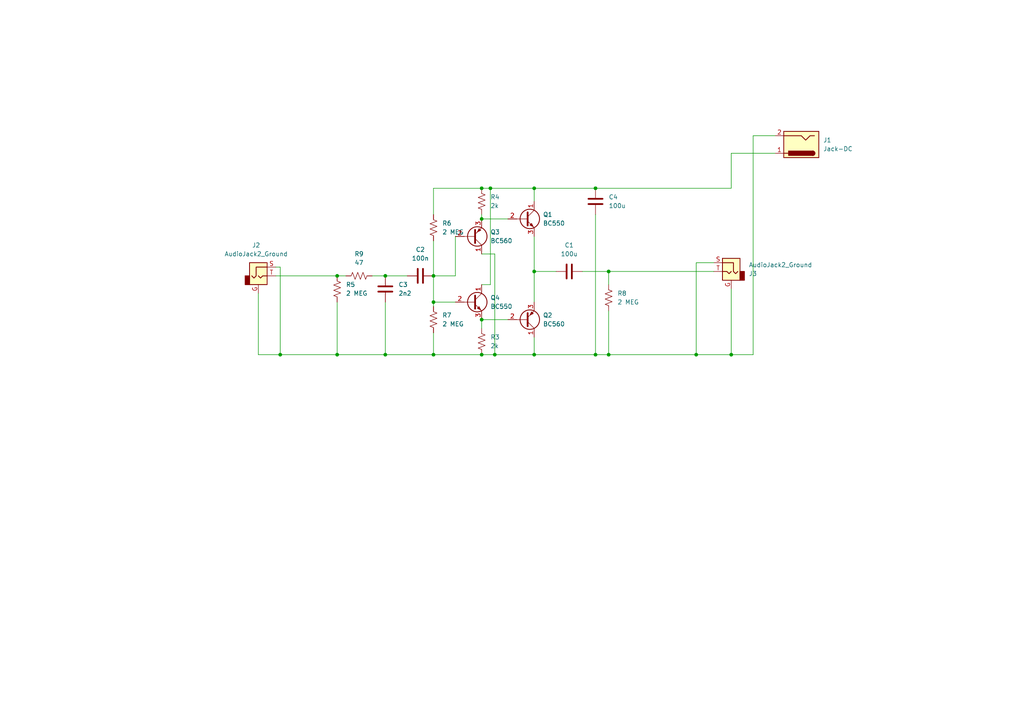
<source format=kicad_sch>
(kicad_sch (version 20250114) (generator "eeschema") (generator_version "9.0")
  (paper "A4")
  (lib_symbols
    (symbol "Connector:Jack-DC" (pin_names (offset 1.016))
      (property "Reference" "J" (at 0 5.334 0))
      (property "Value" "Jack-DC" (at 0 -5.08 0))
      (symbol "Jack-DC_0_1"
        (rectangle (start -5.08 3.81) (end 5.08 -3.81) (stroke (width 0.254)) (fill (type background)))
        (polyline (pts (xy -3.81 -2.54) (xy -2.54 -2.54) (xy -1.27 -1.27) (xy 0 -2.54) (xy 2.54 -2.54) (xy 5.08 -2.54)) (stroke (width 0.254)))
        (arc (start -3.302 1.905) (mid -3.9343 2.54) (end -3.302 3.175) (stroke (width 0.254)))
        (arc (start -3.302 1.905) (mid -3.9343 2.54) (end -3.302 3.175) (stroke (width 0.254)) (fill (type outline)))
        (rectangle (start 3.683 3.175) (end -3.302 1.905) (stroke (width 0.254)) (fill (type outline)))
        (polyline (pts (xy 5.08 2.54) (xy 3.81 2.54)) (stroke (width 0.254)))
      )
      (symbol "Jack-DC_1_1"
        (pin passive line (at 7.62 2.54 180) (length 2.54) (name "~") (number "1"))
        (pin passive line (at 7.62 -2.54 180) (length 2.54) (name "~") (number "2"))
      )
    )
    (symbol "Connector_Audio:AudioJack2_Ground"
      (property "Reference" "J" (at 0 8.89 0))
      (property "Value" "AudioJack2_Ground" (at 0 6.35 0))
      (symbol "AudioJack2_Ground_0_1"
        (rectangle (start -2.54 -2.54) (end -3.81 0) (stroke (width 0.254)) (fill (type outline)))
        (polyline (pts (xy 0 0) (xy 0.635 -0.635) (xy 1.27 0) (xy 2.54 0)) (stroke (width 0.254)))
        (rectangle (start 2.54 3.81) (end -2.54 -2.54) (stroke (width 0.254)) (fill (type background)))
        (polyline (pts (xy 2.54 2.54) (xy -0.635 2.54) (xy -0.635 0) (xy -1.27 -0.635) (xy -1.905 0)) (stroke (width 0.254)))
      )
      (symbol "AudioJack2_Ground_1_1"
        (pin passive line (at 0 -5.08 90) (length 2.54) (name "~") (number "G"))
        (pin passive line (at 5.08 2.54 180) (length 2.54) (name "~") (number "S"))
        (pin passive line (at 5.08 0 180) (length 2.54) (name "~") (number "T"))
      )
    )
    (symbol "Device:C" (pin_numbers (hide yes)) (pin_names (offset 0.254))
      (property "Reference" "C" (at 0.635 2.54 0))
      (property "Value" "C" (at 0.635 -2.54 0))
      (symbol "C_0_1"
        (polyline (pts (xy -2.032 0.762) (xy 2.032 0.762)) (stroke (width 0.508)))
        (polyline (pts (xy -2.032 -0.762) (xy 2.032 -0.762)) (stroke (width 0.508)))
      )
      (symbol "C_1_1"
        (pin passive line (at 0 3.81 270) (length 2.794) (name "~") (number "1"))
        (pin passive line (at 0 -3.81 90) (length 2.794) (name "~") (number "2"))
      )
    )
    (symbol "Device:R_US" (pin_numbers (hide yes)) (pin_names (offset 0))
      (property "Reference" "R" (at 2.54 0 90))
      (property "Value" "R_US" (at -2.54 0 90))
      (symbol "R_US_0_1"
        (polyline (pts (xy 0 2.286) (xy 0 2.54)))
        (polyline (pts (xy 0 2.286) (xy 1.016 1.905) (xy 0 1.524) (xy -1.016 1.143) (xy 0 0.762)))
        (polyline (pts (xy 0 0.762) (xy 1.016 0.381) (xy 0 0) (xy -1.016 -0.381) (xy 0 -0.762)))
        (polyline (pts (xy 0 -0.762) (xy 1.016 -1.143) (xy 0 -1.524) (xy -1.016 -1.905) (xy 0 -2.286)))
        (polyline (pts (xy 0 -2.286) (xy 0 -2.54)))
      )
      (symbol "R_US_1_1"
        (pin passive line (at 0 3.81 270) (length 1.27) (name "~") (number "1"))
        (pin passive line (at 0 -3.81 90) (length 1.27) (name "~") (number "2"))
      )
    )
    (symbol "Transistor_BJT:BC550" (pin_names (offset 0) (hide yes))
      (property "Reference" "Q" (at 5.08 1.905 0))
      (property "Value" "BC550" (at 5.08 0 0))
      (symbol "BC550_0_1"
        (polyline (pts (xy -2.54 0) (xy 0.635 0)))
        (polyline (pts (xy 0.635 1.905) (xy 0.635 -1.905)) (stroke (width 0.508)))
        (circle (center 1.27 0) (radius 2.8194) (stroke (width 0.254)))
      )
      (symbol "BC550_1_1"
        (polyline (pts (xy 0.635 0.635) (xy 2.54 2.54)))
        (polyline (pts (xy 0.635 -0.635) (xy 2.54 -2.54)))
        (polyline (pts (xy 1.27 -1.778) (xy 1.778 -1.27) (xy 2.286 -2.286) (xy 1.27 -1.778)) (fill (type outline)))
        (pin input line (at -5.08 0 0) (length 2.54) (name "B") (number "2"))
        (pin passive line (at 2.54 5.08 270) (length 2.54) (name "C") (number "1"))
        (pin passive line (at 2.54 -5.08 90) (length 2.54) (name "E") (number "3"))
      )
    )
    (symbol "Transistor_BJT:BC560" (pin_names (offset 0) (hide yes))
      (property "Reference" "Q" (at 5.08 1.905 0))
      (property "Value" "BC560" (at 5.08 0 0))
      (symbol "BC560_0_1"
        (polyline (pts (xy -2.54 0) (xy 0.635 0)))
        (polyline (pts (xy 0.635 1.905) (xy 0.635 -1.905)) (stroke (width 0.508)))
        (polyline (pts (xy 0.635 0.635) (xy 2.54 2.54)))
        (polyline (pts (xy 0.635 -0.635) (xy 2.54 -2.54)))
        (circle (center 1.27 0) (radius 2.8194) (stroke (width 0.254)))
        (polyline (pts (xy 2.286 -1.778) (xy 1.778 -2.286) (xy 1.27 -1.27) (xy 2.286 -1.778)) (fill (type outline)))
      )
      (symbol "BC560_1_1"
        (pin input line (at -5.08 0 0) (length 2.54) (name "B") (number "2"))
        (pin passive line (at 2.54 5.08 270) (length 2.54) (name "C") (number "1"))
        (pin passive line (at 2.54 -5.08 90) (length 2.54) (name "E") (number "3"))
      )
    )
  )
  (junction (at 142.24 54.61))
  (junction (at 125.73 87.63))
  (junction (at 154.94 54.61))
  (junction (at 212.09 102.87))
  (junction (at 154.94 78.74))
  (junction (at 154.94 102.87))
  (junction (at 125.73 102.87))
  (junction (at 176.53 78.74))
  (junction (at 111.76 80.01))
  (junction (at 139.7 63.5))
  (junction (at 139.7 102.87))
  (junction (at 139.7 54.61))
  (junction (at 125.73 80.01))
  (junction (at 172.72 54.61))
  (junction (at 97.79 102.87))
  (junction (at 139.7 92.71))
  (junction (at 111.76 102.87))
  (junction (at 81.28 102.87))
  (junction (at 172.72 102.87))
  (junction (at 176.53 102.87))
  (junction (at 97.79 80.01))
  (junction (at 201.93 102.87))
  (junction (at 143.51 102.87))
  (wire (pts (xy 125.73 102.87) (xy 125.73 96.52)))
  (wire (pts (xy 125.73 87.63) (xy 125.73 88.9)))
  (wire (pts (xy 168.91 78.74) (xy 176.53 78.74)))
  (wire (pts (xy 172.72 54.61) (xy 212.09 54.61)))
  (wire (pts (xy 80.01 80.01) (xy 97.79 80.01)))
  (wire (pts (xy 201.93 76.2) (xy 201.93 102.87)))
  (wire (pts (xy 212.09 44.45) (xy 212.09 54.61)))
  (wire (pts (xy 154.94 54.61) (xy 142.24 54.61)))
  (wire (pts (xy 176.53 78.74) (xy 176.53 82.55)))
  (wire (pts (xy 139.7 92.71) (xy 139.7 95.25)))
  (wire (pts (xy 142.24 82.55) (xy 142.24 54.61)))
  (wire (pts (xy 97.79 102.87) (xy 111.76 102.87)))
  (wire (pts (xy 111.76 102.87) (xy 125.73 102.87)))
  (wire (pts (xy 139.7 54.61) (xy 142.24 54.61)))
  (wire (pts (xy 154.94 97.79) (xy 154.94 102.87)))
  (wire (pts (xy 139.7 63.5) (xy 147.32 63.5)))
  (wire (pts (xy 154.94 54.61) (xy 154.94 58.42)))
  (wire (pts (xy 74.93 85.09) (xy 74.93 102.87)))
  (wire (pts (xy 143.51 73.66) (xy 143.51 102.87)))
  (wire (pts (xy 201.93 102.87) (xy 212.09 102.87)))
  (wire (pts (xy 111.76 87.63) (xy 111.76 102.87)))
  (wire (pts (xy 212.09 102.87) (xy 218.44 102.87)))
  (wire (pts (xy 143.51 102.87) (xy 139.7 102.87)))
  (wire (pts (xy 81.28 77.47) (xy 81.28 102.87)))
  (wire (pts (xy 139.7 102.87) (xy 125.73 102.87)))
  (wire (pts (xy 139.7 73.66) (xy 143.51 73.66)))
  (wire (pts (xy 97.79 87.63) (xy 97.79 102.87)))
  (wire (pts (xy 176.53 102.87) (xy 172.72 102.87)))
  (wire (pts (xy 81.28 102.87) (xy 97.79 102.87)))
  (wire (pts (xy 125.73 80.01) (xy 132.08 80.01)))
  (wire (pts (xy 97.79 80.01) (xy 100.33 80.01)))
  (wire (pts (xy 224.79 39.37) (xy 218.44 39.37)))
  (wire (pts (xy 125.73 54.61) (xy 125.73 62.23)))
  (wire (pts (xy 224.79 44.45) (xy 212.09 44.45)))
  (wire (pts (xy 139.7 82.55) (xy 142.24 82.55)))
  (wire (pts (xy 172.72 62.23) (xy 172.72 102.87)))
  (wire (pts (xy 139.7 62.23) (xy 139.7 63.5)))
  (wire (pts (xy 125.73 80.01) (xy 125.73 87.63)))
  (wire (pts (xy 207.01 76.2) (xy 201.93 76.2)))
  (wire (pts (xy 132.08 87.63) (xy 125.73 87.63)))
  (wire (pts (xy 125.73 69.85) (xy 125.73 80.01)))
  (wire (pts (xy 111.76 80.01) (xy 118.11 80.01)))
  (wire (pts (xy 80.01 77.47) (xy 81.28 77.47)))
  (wire (pts (xy 154.94 102.87) (xy 143.51 102.87)))
  (wire (pts (xy 176.53 78.74) (xy 207.01 78.74)))
  (wire (pts (xy 107.95 80.01) (xy 111.76 80.01)))
  (wire (pts (xy 172.72 102.87) (xy 154.94 102.87)))
  (wire (pts (xy 139.7 92.71) (xy 147.32 92.71)))
  (wire (pts (xy 154.94 54.61) (xy 172.72 54.61)))
  (wire (pts (xy 212.09 83.82) (xy 212.09 102.87)))
  (wire (pts (xy 154.94 78.74) (xy 154.94 87.63)))
  (wire (pts (xy 132.08 68.58) (xy 132.08 80.01)))
  (wire (pts (xy 176.53 90.17) (xy 176.53 102.87)))
  (wire (pts (xy 74.93 102.87) (xy 81.28 102.87)))
  (wire (pts (xy 154.94 68.58) (xy 154.94 78.74)))
  (wire (pts (xy 176.53 102.87) (xy 201.93 102.87)))
  (wire (pts (xy 125.73 54.61) (xy 139.7 54.61)))
  (wire (pts (xy 154.94 78.74) (xy 161.29 78.74)))
  (wire (pts (xy 218.44 39.37) (xy 218.44 102.87)))
  (symbol (lib_id "Device:C") (at 172.72 58.42 0) (unit 1)
    (property "Reference" "C4" (at 176.53 57.1499 0) (effects (justify left)))
    (property "Value" "100u" (at 176.53 59.6899 0) (effects (justify left)))
    (property "Footprint" "Capacitor_THT:CP_Radial_D10.0mm_P2.50mm" (effects (hide yes)))
    (property "Description" "ELKO" (effects (hide yes)))
  )
  (symbol (lib_id "Connector_Audio:AudioJack2_Ground") (at 212.09 78.74 0) (mirror y) (unit 1)
    (property "Reference" "J3" (at 217.17 79.3751 0) (effects (justify right)))
    (property "Value" "AudioJack2_Ground" (at 217.17 76.8351 0) (effects (justify right)))
    (property "Footprint" "Connector_Audio:Jack_6.35mm_Neutrik_NMJ4HFD2_Horizontal" (effects (hide yes)))
    (property "Description" "Audio Jack, 2 Poles (Mono / TS), Grounded Sleeve" (effects (hide yes)))
  )
  (symbol (lib_id "Device:R_US") (at 97.79 83.82 0) (unit 1)
    (property "Reference" "R5" (at 100.33 82.5499 0) (effects (justify left)))
    (property "Value" "2 MEG" (at 100.33 85.0899 0) (effects (justify left)))
    (property "Footprint" "Resistor_THT:R_Axial_DIN0617_L17.0mm_D6.0mm_P30.48mm_Horizontal" (effects (hide yes)))
    (property "Description" "Resistor, US symbol" (effects (hide yes)))
  )
  (symbol (lib_id "Device:C") (at 121.92 80.01 90) (unit 1)
    (property "Reference" "C2" (at 121.92 72.39 90))
    (property "Value" "100n" (at 121.92 74.93 90))
    (property "Footprint" "Capacitor_THT:C_Disc_D3.8mm_W2.6mm_P2.50mm" (effects (hide yes)))
    (property "Description" "ELKO" (effects (hide yes)))
  )
  (symbol (lib_id "Connector_Audio:AudioJack2_Ground") (at 74.93 80.01 0) (unit 1)
    (property "Reference" "J2" (at 74.295 71.12 0))
    (property "Value" "AudioJack2_Ground" (at 74.295 73.66 0))
    (property "Footprint" "Connector_Audio:Jack_6.35mm_Neutrik_NMJ4HFD2_Horizontal" (effects (hide yes)))
    (property "Description" "Audio Jack, 2 Poles (Mono / TS), Grounded Sleeve" (effects (hide yes)))
  )
  (symbol (lib_id "Transistor_BJT:BC560") (at 152.4 92.71 0) (mirror x) (unit 1)
    (property "Reference" "Q2" (at 157.48 91.4399 0) (effects (justify left)))
    (property "Value" "BC560" (at 157.48 93.9799 0) (effects (justify left)))
    (property "Footprint" "Package_TO_SOT_THT:TO-92_Inline" (effects (hide yes)))
    (property "Datasheet" "https://www.onsemi.com/pub/Collateral/BC556BTA-D.pdf" (effects (hide yes)))
    (property "Description" "0.1A Ic, 45V Vce, PNP Small Signal Transistor, TO-92" (effects (hide yes)))
  )
  (symbol (lib_id "Device:C") (at 165.1 78.74 90) (unit 1)
    (property "Reference" "C1" (at 165.1 71.12 90))
    (property "Value" "100u" (at 165.1 73.66 90))
    (property "Footprint" "Capacitor_THT:CP_Radial_D10.0mm_P2.50mm" (effects (hide yes)))
    (property "Description" "ELKO" (effects (hide yes)))
  )
  (symbol (lib_id "Device:R_US") (at 125.73 66.04 0) (unit 1)
    (property "Reference" "R6" (at 128.27 64.7699 0) (effects (justify left)))
    (property "Value" "2 MEG" (at 128.27 67.3099 0) (effects (justify left)))
    (property "Footprint" "Resistor_THT:R_Axial_DIN0617_L17.0mm_D6.0mm_P30.48mm_Horizontal" (effects (hide yes)))
    (property "Description" "Resistor, US symbol" (effects (hide yes)))
  )
  (symbol (lib_id "Device:C") (at 111.76 83.82 180) (unit 1)
    (property "Reference" "C3" (at 115.57 82.5499 0) (effects (justify right)))
    (property "Value" "2n2" (at 115.57 85.0899 0) (effects (justify right)))
    (property "Footprint" "Capacitor_THT:C_Disc_D3.0mm_W1.6mm_P2.50mm" (effects (hide yes)))
    (property "Description" "ELKO" (effects (hide yes)))
  )
  (symbol (lib_id "Transistor_BJT:BC560") (at 137.16 68.58 0) (mirror x) (unit 1)
    (property "Reference" "Q3" (at 142.24 67.3099 0) (effects (justify left)))
    (property "Value" "BC560" (at 142.24 69.8499 0) (effects (justify left)))
    (property "Footprint" "Package_TO_SOT_THT:TO-92_Inline" (effects (hide yes)))
    (property "Datasheet" "https://www.onsemi.com/pub/Collateral/BC556BTA-D.pdf" (effects (hide yes)))
    (property "Description" "0.1A Ic, 45V Vce, PNP Small Signal Transistor, TO-92" (effects (hide yes)))
  )
  (symbol (lib_id "Device:R_US") (at 139.7 58.42 0) (unit 1)
    (property "Reference" "R4" (at 142.24 57.1499 0) (effects (justify left)))
    (property "Value" "2k" (at 142.24 59.6899 0) (effects (justify left)))
    (property "Footprint" "Resistor_THT:R_Axial_DIN0617_L17.0mm_D6.0mm_P30.48mm_Horizontal" (effects (hide yes)))
    (property "Description" "Resistor, US symbol" (effects (hide yes)))
  )
  (symbol (lib_id "Transistor_BJT:BC550") (at 152.4 63.5 0) (unit 1)
    (property "Reference" "Q1" (at 157.48 62.2299 0) (effects (justify left)))
    (property "Value" "BC550" (at 157.48 64.7699 0) (effects (justify left)))
    (property "Footprint" "Package_TO_SOT_THT:TO-92_Inline" (effects (hide yes)))
    (property "Datasheet" "https://www.onsemi.com/pub/Collateral/BC550-D.pdf" (effects (hide yes)))
    (property "Description" "0.1A Ic, 45V Vce, Small Signal NPN Transistor, TO-92" (effects (hide yes)))
  )
  (symbol (lib_id "Device:R_US") (at 176.53 86.36 0) (unit 1)
    (property "Reference" "R8" (at 179.07 85.0899 0) (effects (justify left)))
    (property "Value" "2 MEG" (at 179.07 87.6299 0) (effects (justify left)))
    (property "Footprint" "Resistor_THT:R_Axial_DIN0617_L17.0mm_D6.0mm_P30.48mm_Horizontal" (effects (hide yes)))
    (property "Description" "Resistor, US symbol" (effects (hide yes)))
  )
  (symbol (lib_id "Transistor_BJT:BC550") (at 137.16 87.63 0) (unit 1)
    (property "Reference" "Q4" (at 142.24 86.3599 0) (effects (justify left)))
    (property "Value" "BC550" (at 142.24 88.8999 0) (effects (justify left)))
    (property "Footprint" "Package_TO_SOT_THT:TO-92_Inline" (effects (hide yes)))
    (property "Datasheet" "https://www.onsemi.com/pub/Collateral/BC550-D.pdf" (effects (hide yes)))
    (property "Description" "0.1A Ic, 45V Vce, Small Signal NPN Transistor, TO-92" (effects (hide yes)))
  )
  (symbol (lib_id "Device:R_US") (at 104.14 80.01 90) (unit 1)
    (property "Reference" "R9" (at 104.14 73.66 90))
    (property "Value" "47" (at 104.14 76.2 90))
    (property "Footprint" "Resistor_THT:R_Axial_DIN0617_L17.0mm_D6.0mm_P30.48mm_Horizontal" (effects (hide yes)))
    (property "Description" "Resistor, US symbol" (effects (hide yes)))
  )
  (symbol (lib_id "Device:R_US") (at 125.73 92.71 0) (unit 1)
    (property "Reference" "R7" (at 128.27 91.4399 0) (effects (justify left)))
    (property "Value" "2 MEG" (at 128.27 93.9799 0) (effects (justify left)))
    (property "Footprint" "Resistor_THT:R_Axial_DIN0617_L17.0mm_D6.0mm_P30.48mm_Horizontal" (effects (hide yes)))
    (property "Description" "Resistor, US symbol" (effects (hide yes)))
  )
  (symbol (lib_id "Device:R_US") (at 139.7 99.06 0) (unit 1)
    (property "Reference" "R3" (at 142.24 97.7899 0) (effects (justify left)))
    (property "Value" "2k" (at 142.24 100.3299 0) (effects (justify left)))
    (property "Footprint" "Resistor_THT:R_Axial_DIN0617_L17.0mm_D6.0mm_P30.48mm_Horizontal" (effects (hide yes)))
    (property "Description" "Resistor, US symbol" (effects (hide yes)))
  )
  (symbol (lib_id "Connector:Jack-DC") (at 232.41 41.91 180) (unit 1)
    (property "Reference" "J1" (at 238.76 40.6399 0) (effects (justify right)))
    (property "Value" "Jack-DC" (at 238.76 43.1799 0) (effects (justify right)))
    (property "Footprint" "Connector_BarrelJack:BarrelJack_CUI_PJ-063AH_Horizontal" (effects (hide yes)))
    (property "Description" "DC Barrel Jack" (effects (hide yes)))
  )
)
</source>
